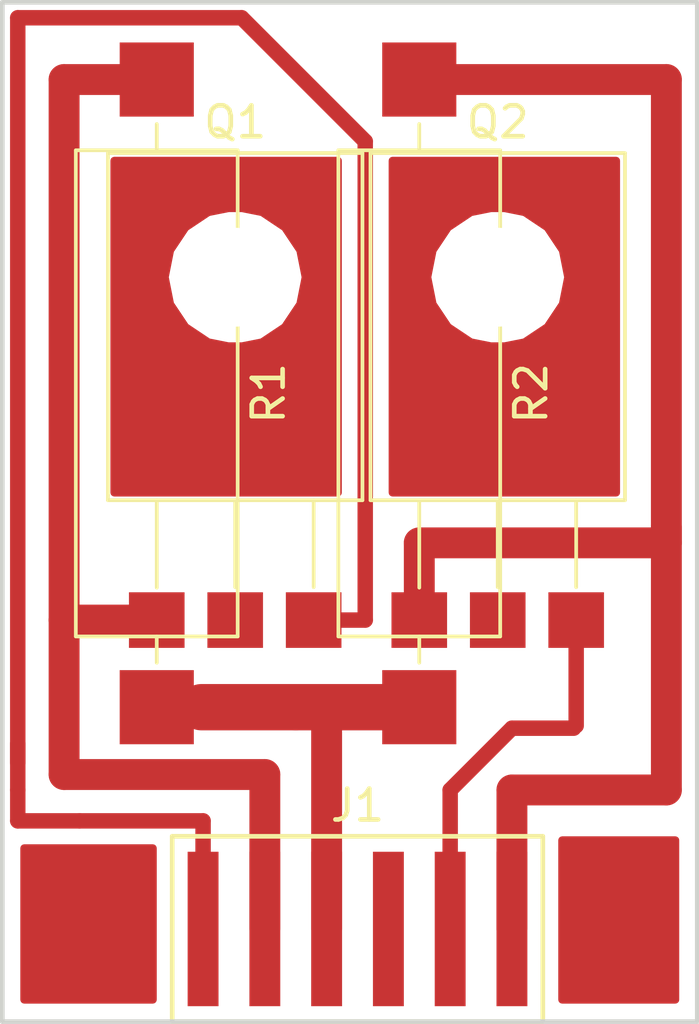
<source format=kicad_pcb>
(kicad_pcb (version 20171130) (host pcbnew 5.0.2-bee76a0~70~ubuntu18.04.1)

  (general
    (thickness 1.6)
    (drawings 12)
    (tracks 34)
    (zones 0)
    (modules 5)
    (nets 7)
  )

  (page A4 portrait)
  (layers
    (0 F.Cu signal)
    (31 B.Cu signal hide)
    (32 B.Adhes user hide)
    (33 F.Adhes user hide)
    (34 B.Paste user hide)
    (35 F.Paste user hide)
    (36 B.SilkS user hide)
    (37 F.SilkS user hide)
    (38 B.Mask user hide)
    (39 F.Mask user hide)
    (40 Dwgs.User user hide)
    (41 Cmts.User user hide)
    (42 Eco1.User user hide)
    (43 Eco2.User user hide)
    (44 Edge.Cuts user)
    (45 Margin user hide)
    (46 B.CrtYd user hide)
    (47 F.CrtYd user hide)
    (48 B.Fab user hide)
    (49 F.Fab user hide)
  )

  (setup
    (last_trace_width 0.25)
    (trace_clearance 0.2)
    (zone_clearance 0.508)
    (zone_45_only no)
    (trace_min 0.2)
    (segment_width 0.2)
    (edge_width 0.15)
    (via_size 0.8)
    (via_drill 0.4)
    (via_min_size 0.4)
    (via_min_drill 0.3)
    (uvia_size 0.3)
    (uvia_drill 0.1)
    (uvias_allowed no)
    (uvia_min_size 0.2)
    (uvia_min_drill 0.1)
    (pcb_text_width 0.3)
    (pcb_text_size 1.5 1.5)
    (mod_edge_width 0.15)
    (mod_text_size 1 1)
    (mod_text_width 0.15)
    (pad_size 1 5)
    (pad_drill 0)
    (pad_to_mask_clearance 0.051)
    (solder_mask_min_width 0.25)
    (aux_axis_origin 0 0)
    (visible_elements FFFFFF7F)
    (pcbplotparams
      (layerselection 0x00000_7fffffff)
      (usegerberextensions false)
      (usegerberattributes false)
      (usegerberadvancedattributes false)
      (creategerberjobfile false)
      (excludeedgelayer false)
      (linewidth 0.100000)
      (plotframeref false)
      (viasonmask false)
      (mode 1)
      (useauxorigin false)
      (hpglpennumber 1)
      (hpglpenspeed 20)
      (hpglpendiameter 15.000000)
      (psnegative true)
      (psa4output false)
      (plotreference true)
      (plotvalue true)
      (plotinvisibletext false)
      (padsonsilk true)
      (subtractmaskfromsilk false)
      (outputformat 5)
      (mirror true)
      (drillshape 1)
      (scaleselection 1)
      (outputdirectory ""))
  )

  (net 0 "")
  (net 1 VCC)
  (net 2 GND)
  (net 3 out2)
  (net 4 out1)
  (net 5 "Net-(J1-Pad5)")
  (net 6 "Net-(J1-Pad1)")

  (net_class Default "This is the default net class."
    (clearance 0.2)
    (trace_width 0.25)
    (via_dia 0.8)
    (via_drill 0.4)
    (uvia_dia 0.3)
    (uvia_drill 0.1)
    (add_net GND)
    (add_net "Net-(J1-Pad1)")
    (add_net "Net-(J1-Pad5)")
    (add_net VCC)
    (add_net out1)
    (add_net out2)
  )

  (module emitteramp:MyConn1x6 (layer F.Cu) (tedit 5E1B19E8) (tstamp 5E29403A)
    (at 81.5 60)
    (descr "surface-mounted straight pin header, 1x04, 2.54mm pitch, single row, style 1 (pin 1 left)")
    (tags "Surface mounted pin header SMD 1x04 2.54mm single row style1 pin1 left")
    (path /5E1A908B)
    (attr smd)
    (fp_text reference J1 (at 0 -4) (layer F.SilkS)
      (effects (font (size 1 1) (thickness 0.15)))
    )
    (fp_text value Conn_01x06_Male (at 0 4) (layer F.Fab)
      (effects (font (size 1 1) (thickness 0.15)))
    )
    (fp_line (start -6 -3) (end -6 3) (layer F.SilkS) (width 0.15))
    (fp_line (start -6 3) (end 6 3) (layer F.SilkS) (width 0.15))
    (fp_line (start 6 3) (end 6 -3) (layer F.SilkS) (width 0.15))
    (fp_line (start 6 -3) (end -6 -3) (layer F.SilkS) (width 0.15))
    (pad 1 smd rect (at -5 0) (size 1 5) (layers F.Cu F.Paste F.Mask)
      (net 6 "Net-(J1-Pad1)"))
    (pad 2 smd rect (at -3 0) (size 1 5) (layers F.Cu F.Paste F.Mask)
      (net 4 out1))
    (pad 3 smd rect (at -1 0) (size 1 5) (layers F.Cu F.Paste F.Mask)
      (net 2 GND))
    (pad 4 smd rect (at 1 0) (size 1 5) (layers F.Cu F.Paste F.Mask)
      (net 1 VCC))
    (pad 5 smd rect (at 3 0) (size 1 5) (layers F.Cu F.Paste F.Mask)
      (net 5 "Net-(J1-Pad5)"))
    (pad 6 smd rect (at 5 0) (size 1 5) (layers F.Cu F.Paste F.Mask)
      (net 3 out2))
  )

  (module Package_TO_SOT_THT:TO-126-3_Horizontal_TabDown (layer F.Cu) (tedit 5E1A079A) (tstamp 5E293FF7)
    (at 75 50)
    (descr "TO-126-3, Horizontal, RM 2.54mm, see https://www.diodes.com/assets/Package-Files/TO126.pdf")
    (tags "TO-126-3 Horizontal RM 2.54mm")
    (path /5E19F22C)
    (fp_text reference Q1 (at 2.54 -16.12) (layer F.SilkS)
      (effects (font (size 1 1) (thickness 0.15)))
    )
    (fp_text value BD237 (at 2.54 1.9) (layer F.Fab)
      (effects (font (size 1 1) (thickness 0.15)))
    )
    (fp_circle (center 2.54 -11.1) (end 4.14 -11.1) (layer F.Fab) (width 0.1))
    (fp_line (start -1.46 -4) (end -1.46 -15) (layer F.Fab) (width 0.1))
    (fp_line (start -1.46 -15) (end 6.54 -15) (layer F.Fab) (width 0.1))
    (fp_line (start 6.54 -15) (end 6.54 -4) (layer F.Fab) (width 0.1))
    (fp_line (start 6.54 -4) (end -1.46 -4) (layer F.Fab) (width 0.1))
    (fp_line (start 0 -4) (end 0 0) (layer F.Fab) (width 0.1))
    (fp_line (start 2.54 -4) (end 2.54 0) (layer F.Fab) (width 0.1))
    (fp_line (start 5.08 -4) (end 5.08 0) (layer F.Fab) (width 0.1))
    (fp_line (start -1.58 -3.88) (end 6.66 -3.88) (layer F.SilkS) (width 0.12))
    (fp_line (start -1.58 -15.12) (end 6.66 -15.12) (layer F.SilkS) (width 0.12))
    (fp_line (start -1.58 -15.12) (end -1.58 -3.88) (layer F.SilkS) (width 0.12))
    (fp_line (start 6.66 -15.12) (end 6.66 -3.88) (layer F.SilkS) (width 0.12))
    (fp_line (start 0 -3.88) (end 0 -1.05) (layer F.SilkS) (width 0.12))
    (fp_line (start 2.54 -3.88) (end 2.54 -1.066) (layer F.SilkS) (width 0.12))
    (fp_line (start 5.08 -3.88) (end 5.08 -1.066) (layer F.SilkS) (width 0.12))
    (fp_line (start -1.71 -15.25) (end -1.71 1.15) (layer F.CrtYd) (width 0.05))
    (fp_line (start -1.71 1.15) (end 6.79 1.15) (layer F.CrtYd) (width 0.05))
    (fp_line (start 6.79 1.15) (end 6.79 -15.25) (layer F.CrtYd) (width 0.05))
    (fp_line (start 6.79 -15.25) (end -1.71 -15.25) (layer F.CrtYd) (width 0.05))
    (fp_text user %R (at 2.54 -16.12) (layer F.Fab)
      (effects (font (size 1 1) (thickness 0.15)))
    )
    (pad "" np_thru_hole oval (at 2.54 -11.1) (size 3.2 3.2) (drill 3.2) (layers *.Cu *.Mask))
    (pad 1 smd rect (at 0 0) (size 1.8 1.8) (layers F.Cu F.Paste F.Mask)
      (net 4 out1))
    (pad 2 smd rect (at 2.54 0) (size 1.8 1.8) (layers F.Cu F.Paste F.Mask)
      (net 1 VCC))
    (pad 3 smd rect (at 5.08 0) (size 1.8 1.8) (layers F.Cu F.Paste F.Mask)
      (net 6 "Net-(J1-Pad1)"))
    (model ${KISYS3DMOD}/Package_TO_SOT_THT.3dshapes/TO-126-3_Horizontal_TabDown.wrl
      (at (xyz 0 0 0))
      (scale (xyz 1 1 1))
      (rotate (xyz 0 0 0))
    )
  )

  (module Package_TO_SOT_THT:TO-126-3_Horizontal_TabDown (layer F.Cu) (tedit 5E1A07AB) (tstamp 5E293FA6)
    (at 83.5 50)
    (descr "TO-126-3, Horizontal, RM 2.54mm, see https://www.diodes.com/assets/Package-Files/TO126.pdf")
    (tags "TO-126-3 Horizontal RM 2.54mm")
    (path /5E19F2F0)
    (fp_text reference Q2 (at 2.54 -16.12) (layer F.SilkS)
      (effects (font (size 1 1) (thickness 0.15)))
    )
    (fp_text value BD237 (at 2.54 1.9) (layer F.Fab)
      (effects (font (size 1 1) (thickness 0.15)))
    )
    (fp_text user %R (at 2.54 -16.12) (layer F.Fab)
      (effects (font (size 1 1) (thickness 0.15)))
    )
    (fp_line (start 6.79 -15.25) (end -1.71 -15.25) (layer F.CrtYd) (width 0.05))
    (fp_line (start 6.79 1.15) (end 6.79 -15.25) (layer F.CrtYd) (width 0.05))
    (fp_line (start -1.71 1.15) (end 6.79 1.15) (layer F.CrtYd) (width 0.05))
    (fp_line (start -1.71 -15.25) (end -1.71 1.15) (layer F.CrtYd) (width 0.05))
    (fp_line (start 5.08 -3.88) (end 5.08 -1.066) (layer F.SilkS) (width 0.12))
    (fp_line (start 2.54 -3.88) (end 2.54 -1.066) (layer F.SilkS) (width 0.12))
    (fp_line (start 0 -3.88) (end 0 -1.05) (layer F.SilkS) (width 0.12))
    (fp_line (start 6.66 -15.12) (end 6.66 -3.88) (layer F.SilkS) (width 0.12))
    (fp_line (start -1.58 -15.12) (end -1.58 -3.88) (layer F.SilkS) (width 0.12))
    (fp_line (start -1.58 -15.12) (end 6.66 -15.12) (layer F.SilkS) (width 0.12))
    (fp_line (start -1.58 -3.88) (end 6.66 -3.88) (layer F.SilkS) (width 0.12))
    (fp_line (start 5.08 -4) (end 5.08 0) (layer F.Fab) (width 0.1))
    (fp_line (start 2.54 -4) (end 2.54 0) (layer F.Fab) (width 0.1))
    (fp_line (start 0 -4) (end 0 0) (layer F.Fab) (width 0.1))
    (fp_line (start 6.54 -4) (end -1.46 -4) (layer F.Fab) (width 0.1))
    (fp_line (start 6.54 -15) (end 6.54 -4) (layer F.Fab) (width 0.1))
    (fp_line (start -1.46 -15) (end 6.54 -15) (layer F.Fab) (width 0.1))
    (fp_line (start -1.46 -4) (end -1.46 -15) (layer F.Fab) (width 0.1))
    (fp_circle (center 2.54 -11.1) (end 4.14 -11.1) (layer F.Fab) (width 0.1))
    (pad 3 smd rect (at 5.08 0) (size 1.8 1.8) (layers F.Cu F.Paste F.Mask)
      (net 5 "Net-(J1-Pad5)"))
    (pad 2 smd rect (at 2.54 0) (size 1.8 1.8) (layers F.Cu F.Paste F.Mask)
      (net 1 VCC))
    (pad 1 smd rect (at 0 0) (size 1.8 1.8) (layers F.Cu F.Paste F.Mask)
      (net 3 out2))
    (pad "" np_thru_hole oval (at 2.54 -11.1) (size 3.2 3.2) (drill 3.2) (layers *.Cu *.Mask))
    (model ${KISYS3DMOD}/Package_TO_SOT_THT.3dshapes/TO-126-3_Horizontal_TabDown.wrl
      (at (xyz 0 0 0))
      (scale (xyz 1 1 1))
      (rotate (xyz 0 0 0))
    )
  )

  (module Resistor_THT:R_Axial_DIN0516_L15.5mm_D5.0mm_P20.32mm_Horizontal (layer F.Cu) (tedit 5E1A0582) (tstamp 5E293F1D)
    (at 75 32.5 270)
    (descr "Resistor, Axial_DIN0516 series, Axial, Horizontal, pin pitch=20.32mm, 2W, length*diameter=15.5*5mm^2, http://cdn-reichelt.de/documents/datenblatt/B400/1_4W%23YAG.pdf")
    (tags "Resistor Axial_DIN0516 series Axial Horizontal pin pitch 20.32mm 2W length 15.5mm diameter 5mm")
    (path /5E19F6B4)
    (fp_text reference R1 (at 10.16 -3.62 270) (layer F.SilkS)
      (effects (font (size 1 1) (thickness 0.15)))
    )
    (fp_text value R (at 10.16 3.62 270) (layer F.Fab)
      (effects (font (size 1 1) (thickness 0.15)))
    )
    (fp_line (start 2.41 -2.5) (end 2.41 2.5) (layer F.Fab) (width 0.1))
    (fp_line (start 2.41 2.5) (end 17.91 2.5) (layer F.Fab) (width 0.1))
    (fp_line (start 17.91 2.5) (end 17.91 -2.5) (layer F.Fab) (width 0.1))
    (fp_line (start 17.91 -2.5) (end 2.41 -2.5) (layer F.Fab) (width 0.1))
    (fp_line (start 0 0) (end 2.41 0) (layer F.Fab) (width 0.1))
    (fp_line (start 20.32 0) (end 17.91 0) (layer F.Fab) (width 0.1))
    (fp_line (start 2.29 -2.62) (end 2.29 2.62) (layer F.SilkS) (width 0.12))
    (fp_line (start 2.29 2.62) (end 18.03 2.62) (layer F.SilkS) (width 0.12))
    (fp_line (start 18.03 2.62) (end 18.03 -2.62) (layer F.SilkS) (width 0.12))
    (fp_line (start 18.03 -2.62) (end 2.29 -2.62) (layer F.SilkS) (width 0.12))
    (fp_line (start 1.44 0) (end 2.29 0) (layer F.SilkS) (width 0.12))
    (fp_line (start 18.88 0) (end 18.03 0) (layer F.SilkS) (width 0.12))
    (fp_line (start -1.45 -2.75) (end -1.45 2.75) (layer F.CrtYd) (width 0.05))
    (fp_line (start -1.45 2.75) (end 21.77 2.75) (layer F.CrtYd) (width 0.05))
    (fp_line (start 21.77 2.75) (end 21.77 -2.75) (layer F.CrtYd) (width 0.05))
    (fp_line (start 21.77 -2.75) (end -1.45 -2.75) (layer F.CrtYd) (width 0.05))
    (fp_text user %R (at 10.16 0 270) (layer F.Fab)
      (effects (font (size 1 1) (thickness 0.15)))
    )
    (pad 1 smd rect (at 0 0 270) (size 2.4 2.4) (layers F.Cu F.Paste F.Mask)
      (net 4 out1))
    (pad 2 smd rect (at 20.32 0 270) (size 2.4 2.4) (layers F.Cu F.Paste F.Mask)
      (net 2 GND))
    (model ${KISYS3DMOD}/Resistor_THT.3dshapes/R_Axial_DIN0516_L15.5mm_D5.0mm_P20.32mm_Horizontal.wrl
      (at (xyz 0 0 0))
      (scale (xyz 1 1 1))
      (rotate (xyz 0 0 0))
    )
  )

  (module Resistor_THT:R_Axial_DIN0516_L15.5mm_D5.0mm_P20.32mm_Horizontal (layer F.Cu) (tedit 5E1A0555) (tstamp 5E293F5F)
    (at 83.5 32.5 270)
    (descr "Resistor, Axial_DIN0516 series, Axial, Horizontal, pin pitch=20.32mm, 2W, length*diameter=15.5*5mm^2, http://cdn-reichelt.de/documents/datenblatt/B400/1_4W%23YAG.pdf")
    (tags "Resistor Axial_DIN0516 series Axial Horizontal pin pitch 20.32mm 2W length 15.5mm diameter 5mm")
    (path /5E19F732)
    (fp_text reference R2 (at 10.16 -3.62 270) (layer F.SilkS)
      (effects (font (size 1 1) (thickness 0.15)))
    )
    (fp_text value R (at 10.16 3.62 270) (layer F.Fab)
      (effects (font (size 1 1) (thickness 0.15)))
    )
    (fp_text user %R (at 10.16 0 270) (layer F.Fab)
      (effects (font (size 1 1) (thickness 0.15)))
    )
    (fp_line (start 21.77 -2.75) (end -1.45 -2.75) (layer F.CrtYd) (width 0.05))
    (fp_line (start 21.77 2.75) (end 21.77 -2.75) (layer F.CrtYd) (width 0.05))
    (fp_line (start -1.45 2.75) (end 21.77 2.75) (layer F.CrtYd) (width 0.05))
    (fp_line (start -1.45 -2.75) (end -1.45 2.75) (layer F.CrtYd) (width 0.05))
    (fp_line (start 18.88 0) (end 18.03 0) (layer F.SilkS) (width 0.12))
    (fp_line (start 1.44 0) (end 2.29 0) (layer F.SilkS) (width 0.12))
    (fp_line (start 18.03 -2.62) (end 2.29 -2.62) (layer F.SilkS) (width 0.12))
    (fp_line (start 18.03 2.62) (end 18.03 -2.62) (layer F.SilkS) (width 0.12))
    (fp_line (start 2.29 2.62) (end 18.03 2.62) (layer F.SilkS) (width 0.12))
    (fp_line (start 2.29 -2.62) (end 2.29 2.62) (layer F.SilkS) (width 0.12))
    (fp_line (start 20.32 0) (end 17.91 0) (layer F.Fab) (width 0.1))
    (fp_line (start 0 0) (end 2.41 0) (layer F.Fab) (width 0.1))
    (fp_line (start 17.91 -2.5) (end 2.41 -2.5) (layer F.Fab) (width 0.1))
    (fp_line (start 17.91 2.5) (end 17.91 -2.5) (layer F.Fab) (width 0.1))
    (fp_line (start 2.41 2.5) (end 17.91 2.5) (layer F.Fab) (width 0.1))
    (fp_line (start 2.41 -2.5) (end 2.41 2.5) (layer F.Fab) (width 0.1))
    (pad 2 smd rect (at 20.32 0 270) (size 2.4 2.4) (layers F.Cu F.Paste F.Mask)
      (net 2 GND))
    (pad 1 smd rect (at 0 0 270) (size 2.4 2.4) (layers F.Cu F.Paste F.Mask)
      (net 3 out2))
    (model ${KISYS3DMOD}/Resistor_THT.3dshapes/R_Axial_DIN0516_L15.5mm_D5.0mm_P20.32mm_Horizontal.wrl
      (at (xyz 0 0 0))
      (scale (xyz 1 1 1))
      (rotate (xyz 0 0 0))
    )
  )

  (gr_line (start 70 63) (end 70 30) (layer Edge.Cuts) (width 0.15))
  (gr_line (start 92.5 63) (end 70 63) (layer Edge.Cuts) (width 0.15))
  (gr_line (start 92.5 30) (end 92.5 63) (layer Edge.Cuts) (width 0.15))
  (gr_line (start 70 30) (end 92.5 30) (layer Edge.Cuts) (width 0.15))
  (gr_line (start 5 -11) (end 5 -5) (layer F.SilkS) (width 0.2))
  (gr_line (start 0 -11) (end 5 -11) (layer F.SilkS) (width 0.2))
  (gr_line (start 18 -11) (end 18 -5) (layer F.SilkS) (width 0.2))
  (gr_line (start 23 -11) (end 18 -11) (layer F.SilkS) (width 0.2))
  (gr_line (start 0 -38) (end 0 -5) (layer F.SilkS) (width 0.2))
  (gr_line (start 23 -38) (end 0 -38) (layer F.SilkS) (width 0.2))
  (gr_line (start 23 -5) (end 23 -38) (layer F.SilkS) (width 0.2))
  (gr_line (start 0 -5) (end 23 -5) (layer F.SilkS) (width 0.2))

  (segment (start 75 52.82) (end 76.45 52.82) (width 0.25) (layer F.Cu) (net 2))
  (segment (start 76.45 52.82) (end 79.5 52.82) (width 1.5) (layer F.Cu) (net 2))
  (segment (start 80.5 60) (end 80.5 52.82) (width 1) (layer F.Cu) (net 2))
  (segment (start 79.5 52.82) (end 80.5 52.82) (width 1.5) (layer F.Cu) (net 2))
  (segment (start 80.5 52.82) (end 83.5 52.82) (width 1.5) (layer F.Cu) (net 2))
  (segment (start 91.5 55.5) (end 86.5 55.5) (width 1) (layer F.Cu) (net 3))
  (segment (start 86.5 60) (end 86.5 55.5) (width 1) (layer F.Cu) (net 3))
  (segment (start 86.5 55.5) (end 87 55.5) (width 0.25) (layer F.Cu) (net 3))
  (segment (start 91.5 32.5) (end 83.5 32.5) (width 1) (layer F.Cu) (net 3))
  (segment (start 83.5 50) (end 83.5 47.5) (width 1) (layer F.Cu) (net 3))
  (segment (start 91.5 47.5) (end 91.5 32.5) (width 1) (layer F.Cu) (net 3))
  (segment (start 83.5 47.5) (end 91.5 47.5) (width 1) (layer F.Cu) (net 3))
  (segment (start 91.5 55.5) (end 91.5 47) (width 1) (layer F.Cu) (net 3))
  (segment (start 78.5 55) (end 78.5 60) (width 1) (layer F.Cu) (net 4))
  (segment (start 72 55) (end 78.5 55) (width 1) (layer F.Cu) (net 4))
  (segment (start 75 50) (end 72 50) (width 1) (layer F.Cu) (net 4))
  (segment (start 72 50) (end 72 55) (width 1) (layer F.Cu) (net 4))
  (segment (start 75.5 32.5) (end 72 32.5) (width 1) (layer F.Cu) (net 4))
  (segment (start 72 32.5) (end 72 50) (width 1) (layer F.Cu) (net 4))
  (segment (start 88.58 53.42) (end 88.58 50) (width 0.5) (layer F.Cu) (net 5))
  (segment (start 88.5 53.5) (end 88.58 53.42) (width 0.25) (layer F.Cu) (net 5))
  (segment (start 84.5 55.5) (end 86.5 53.5) (width 0.5) (layer F.Cu) (net 5))
  (segment (start 84.5 60) (end 84.5 55.5) (width 0.5) (layer F.Cu) (net 5))
  (segment (start 88.5 53.5) (end 86.5 53.5) (width 0.5) (layer F.Cu) (net 5))
  (segment (start 76.5 56.5) (end 76.5 60.5) (width 0.5) (layer F.Cu) (net 6))
  (segment (start 72.5 56.5) (end 70.5 56.5) (width 0.5) (layer F.Cu) (net 6))
  (segment (start 72.5 56.5) (end 76.5 56.5) (width 0.5) (layer F.Cu) (net 6))
  (segment (start 70.5 55.5) (end 70.5 54) (width 0.5) (layer F.Cu) (net 6))
  (segment (start 80.08 50) (end 81.75 50) (width 0.5) (layer F.Cu) (net 6))
  (segment (start 81.75 34.5) (end 81.75 50) (width 0.5) (layer F.Cu) (net 6))
  (segment (start 77.75 30.5) (end 81.75 34.5) (width 0.5) (layer F.Cu) (net 6))
  (segment (start 70.5 54.621412) (end 70.5 30.5) (width 0.5) (layer F.Cu) (net 6))
  (segment (start 70.5 30.5) (end 77.75 30.5) (width 0.5) (layer F.Cu) (net 6))
  (segment (start 70.5 56.5) (end 70.5 55.5) (width 0.5) (layer F.Cu) (net 6))

  (zone (net 0) (net_name "") (layer F.Cu) (tstamp 5E1B201A) (hatch edge 0.508)
    (connect_pads (clearance 0.508))
    (min_thickness 0.254)
    (fill yes (arc_segments 16) (thermal_gap 0.508) (thermal_bridge_width 0.508))
    (polygon
      (pts
        (xy 90 35) (xy 90 46) (xy 82.5 46) (xy 82.5 35)
      )
    )
    (filled_polygon
      (pts
        (xy 89.873 45.873) (xy 82.635 45.873) (xy 82.635 38.9) (xy 83.761214 38.9) (xy 83.934676 39.772054)
        (xy 84.428655 40.511345) (xy 85.167946 41.005324) (xy 85.819872 41.135) (xy 86.260128 41.135) (xy 86.912054 41.005324)
        (xy 87.651345 40.511345) (xy 88.145324 39.772054) (xy 88.318786 38.9) (xy 88.145324 38.027946) (xy 87.651345 37.288655)
        (xy 86.912054 36.794676) (xy 86.260128 36.665) (xy 85.819872 36.665) (xy 85.167946 36.794676) (xy 84.428655 37.288655)
        (xy 83.934676 38.027946) (xy 83.761214 38.9) (xy 82.635 38.9) (xy 82.635 35.127) (xy 89.873 35.127)
      )
    )
  )
  (zone (net 0) (net_name "") (layer F.Cu) (tstamp 5E1B2017) (hatch edge 0.508)
    (connect_pads (clearance 0.508))
    (min_thickness 0.254)
    (fill yes (arc_segments 16) (thermal_gap 0.508) (thermal_bridge_width 0.508))
    (polygon
      (pts
        (xy 73.5 35) (xy 81 35) (xy 81 46) (xy 73.5 46)
      )
    )
    (filled_polygon
      (pts
        (xy 80.865001 45.873) (xy 73.627 45.873) (xy 73.627 38.9) (xy 75.261214 38.9) (xy 75.434676 39.772054)
        (xy 75.928655 40.511345) (xy 76.667946 41.005324) (xy 77.319872 41.135) (xy 77.760128 41.135) (xy 78.412054 41.005324)
        (xy 79.151345 40.511345) (xy 79.645324 39.772054) (xy 79.818786 38.9) (xy 79.645324 38.027946) (xy 79.151345 37.288655)
        (xy 78.412054 36.794676) (xy 77.760128 36.665) (xy 77.319872 36.665) (xy 76.667946 36.794676) (xy 75.928655 37.288655)
        (xy 75.434676 38.027946) (xy 75.261214 38.9) (xy 73.627 38.9) (xy 73.627 35.127) (xy 80.865 35.127)
      )
    )
  )
  (zone (net 0) (net_name "") (layer F.Cu) (tstamp 5E1B2014) (hatch edge 0.508)
    (connect_pads (clearance 0.508))
    (min_thickness 0.254)
    (fill yes (arc_segments 16) (thermal_gap 0.508) (thermal_bridge_width 0.508))
    (polygon
      (pts
        (xy 70.5 57) (xy 70.5 62.5) (xy 75 62.5) (xy 75 57)
      )
    )
    (filled_polygon
      (pts
        (xy 74.873 62.29) (xy 70.71 62.29) (xy 70.71 57.385) (xy 74.873 57.385)
      )
    )
  )
  (zone (net 0) (net_name "") (layer F.Cu) (tstamp 5E1B2011) (hatch edge 0.508)
    (connect_pads (clearance 0.508))
    (min_thickness 0.254)
    (fill yes (arc_segments 16) (thermal_gap 0.508) (thermal_bridge_width 0.508))
    (polygon
      (pts
        (xy 88 62.5) (xy 88 57) (xy 92 57) (xy 92 62.5)
      )
    )
    (filled_polygon
      (pts
        (xy 91.790001 62.29) (xy 88.127 62.29) (xy 88.127 57.127) (xy 91.790001 57.127)
      )
    )
  )
)

</source>
